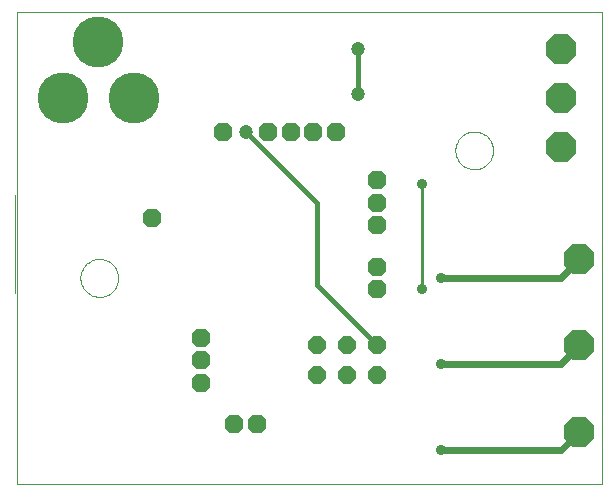
<source format=gbl>
G75*
G70*
%OFA0B0*%
%FSLAX24Y24*%
%IPPOS*%
%LPD*%
%AMOC8*
5,1,8,0,0,1.08239X$1,22.5*
%
%ADD10C,0.0000*%
%ADD11C,0.1700*%
%ADD12OC8,0.1000*%
%ADD13OC8,0.0600*%
%ADD14OC8,0.0630*%
%ADD15C,0.0472*%
%ADD16C,0.0160*%
%ADD17C,0.0356*%
%ADD18C,0.0100*%
%ADD19C,0.0240*%
D10*
X002000Y000430D02*
X002000Y016176D01*
X021495Y016176D01*
X021495Y000430D01*
X002000Y000430D01*
X001929Y006796D02*
X001929Y010064D01*
X004120Y007305D02*
X004122Y007355D01*
X004128Y007405D01*
X004138Y007454D01*
X004152Y007502D01*
X004169Y007549D01*
X004190Y007594D01*
X004215Y007638D01*
X004243Y007679D01*
X004275Y007718D01*
X004309Y007755D01*
X004346Y007789D01*
X004386Y007819D01*
X004428Y007846D01*
X004472Y007870D01*
X004518Y007891D01*
X004565Y007907D01*
X004613Y007920D01*
X004663Y007929D01*
X004712Y007934D01*
X004763Y007935D01*
X004813Y007932D01*
X004862Y007925D01*
X004911Y007914D01*
X004959Y007899D01*
X005005Y007881D01*
X005050Y007859D01*
X005093Y007833D01*
X005134Y007804D01*
X005173Y007772D01*
X005209Y007737D01*
X005241Y007699D01*
X005271Y007659D01*
X005298Y007616D01*
X005321Y007572D01*
X005340Y007526D01*
X005356Y007478D01*
X005368Y007429D01*
X005376Y007380D01*
X005380Y007330D01*
X005380Y007280D01*
X005376Y007230D01*
X005368Y007181D01*
X005356Y007132D01*
X005340Y007084D01*
X005321Y007038D01*
X005298Y006994D01*
X005271Y006951D01*
X005241Y006911D01*
X005209Y006873D01*
X005173Y006838D01*
X005134Y006806D01*
X005093Y006777D01*
X005050Y006751D01*
X005005Y006729D01*
X004959Y006711D01*
X004911Y006696D01*
X004862Y006685D01*
X004813Y006678D01*
X004763Y006675D01*
X004712Y006676D01*
X004663Y006681D01*
X004613Y006690D01*
X004565Y006703D01*
X004518Y006719D01*
X004472Y006740D01*
X004428Y006764D01*
X004386Y006791D01*
X004346Y006821D01*
X004309Y006855D01*
X004275Y006892D01*
X004243Y006931D01*
X004215Y006972D01*
X004190Y007016D01*
X004169Y007061D01*
X004152Y007108D01*
X004138Y007156D01*
X004128Y007205D01*
X004122Y007255D01*
X004120Y007305D01*
X016620Y011555D02*
X016622Y011605D01*
X016628Y011655D01*
X016638Y011704D01*
X016652Y011752D01*
X016669Y011799D01*
X016690Y011844D01*
X016715Y011888D01*
X016743Y011929D01*
X016775Y011968D01*
X016809Y012005D01*
X016846Y012039D01*
X016886Y012069D01*
X016928Y012096D01*
X016972Y012120D01*
X017018Y012141D01*
X017065Y012157D01*
X017113Y012170D01*
X017163Y012179D01*
X017212Y012184D01*
X017263Y012185D01*
X017313Y012182D01*
X017362Y012175D01*
X017411Y012164D01*
X017459Y012149D01*
X017505Y012131D01*
X017550Y012109D01*
X017593Y012083D01*
X017634Y012054D01*
X017673Y012022D01*
X017709Y011987D01*
X017741Y011949D01*
X017771Y011909D01*
X017798Y011866D01*
X017821Y011822D01*
X017840Y011776D01*
X017856Y011728D01*
X017868Y011679D01*
X017876Y011630D01*
X017880Y011580D01*
X017880Y011530D01*
X017876Y011480D01*
X017868Y011431D01*
X017856Y011382D01*
X017840Y011334D01*
X017821Y011288D01*
X017798Y011244D01*
X017771Y011201D01*
X017741Y011161D01*
X017709Y011123D01*
X017673Y011088D01*
X017634Y011056D01*
X017593Y011027D01*
X017550Y011001D01*
X017505Y010979D01*
X017459Y010961D01*
X017411Y010946D01*
X017362Y010935D01*
X017313Y010928D01*
X017263Y010925D01*
X017212Y010926D01*
X017163Y010931D01*
X017113Y010940D01*
X017065Y010953D01*
X017018Y010969D01*
X016972Y010990D01*
X016928Y011014D01*
X016886Y011041D01*
X016846Y011071D01*
X016809Y011105D01*
X016775Y011142D01*
X016743Y011181D01*
X016715Y011222D01*
X016690Y011266D01*
X016669Y011311D01*
X016652Y011358D01*
X016638Y011406D01*
X016628Y011455D01*
X016622Y011505D01*
X016620Y011555D01*
D11*
X005894Y013305D03*
X003531Y013305D03*
X004713Y015155D03*
D12*
X020125Y014930D03*
X020125Y013305D03*
X020125Y011680D03*
X020750Y007930D03*
X020750Y005055D03*
X020750Y002180D03*
D13*
X014000Y004055D03*
X013000Y004055D03*
X012000Y004055D03*
X012000Y005055D03*
X013000Y005055D03*
X014000Y005055D03*
D14*
X014000Y006930D03*
X014000Y007680D03*
X014000Y009055D03*
X014000Y009805D03*
X014000Y010555D03*
X012625Y012180D03*
X011875Y012180D03*
X011125Y012180D03*
X010375Y012180D03*
X008875Y012180D03*
X006500Y009305D03*
X008125Y005305D03*
X008125Y004555D03*
X008125Y003805D03*
X009250Y002430D03*
X010000Y002430D03*
D15*
X009625Y012180D03*
X013375Y013430D03*
X013375Y014930D03*
D16*
X013375Y013430D01*
X012000Y009805D02*
X009625Y012180D01*
X012000Y009805D02*
X012000Y007055D01*
X014000Y005055D01*
D17*
X016125Y004430D03*
X015500Y006930D03*
X016125Y007305D03*
X015500Y010430D03*
X016125Y001555D03*
D18*
X015500Y006930D02*
X015500Y010430D01*
D19*
X016125Y007305D02*
X020125Y007305D01*
X020750Y007930D01*
X020750Y005055D02*
X020125Y004430D01*
X016125Y004430D01*
X016125Y001555D02*
X020125Y001555D01*
X020750Y002180D01*
M02*

</source>
